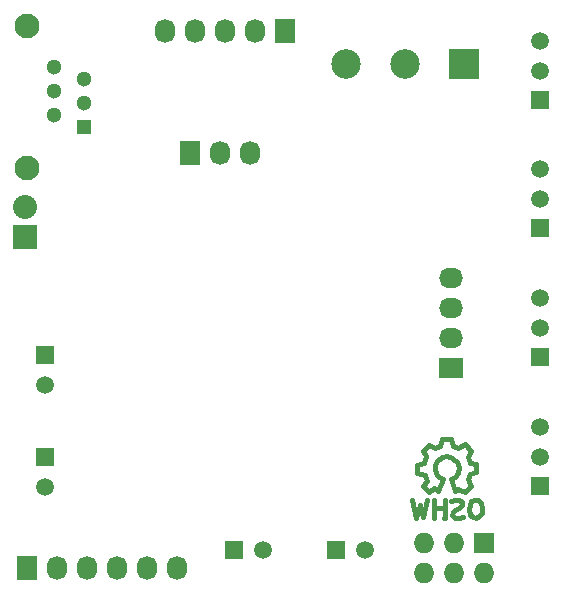
<source format=gbs>
G04 #@! TF.FileFunction,Soldermask,Bot*
%FSLAX46Y46*%
G04 Gerber Fmt 4.6, Leading zero omitted, Abs format (unit mm)*
G04 Created by KiCad (PCBNEW 4.0.2-stable) date 3/23/2016 2:13:11 PM*
%MOMM*%
G01*
G04 APERTURE LIST*
%ADD10C,0.100000*%
%ADD11C,0.381000*%
%ADD12R,1.727200X2.032000*%
%ADD13O,1.727200X2.032000*%
%ADD14R,1.727200X1.727200*%
%ADD15O,1.727200X1.727200*%
%ADD16C,2.500000*%
%ADD17R,2.500000X2.500000*%
%ADD18R,1.500000X1.500000*%
%ADD19C,1.500000*%
%ADD20R,2.032000X2.032000*%
%ADD21O,2.032000X2.032000*%
%ADD22R,2.032000X1.727200*%
%ADD23O,2.032000X1.727200*%
%ADD24C,1.300000*%
%ADD25R,1.300000X1.300000*%
%ADD26C,2.100000*%
G04 APERTURE END LIST*
D10*
D11*
X127815340Y-111805720D02*
X127815340Y-113375440D01*
X127767080Y-112537240D02*
X126977140Y-112527080D01*
X126977140Y-112527080D02*
X126966980Y-112537240D01*
X126966980Y-112537240D02*
X126966980Y-112527080D01*
X126926340Y-111815880D02*
X126926340Y-113357660D01*
X127815340Y-113375440D02*
X127805180Y-113365280D01*
X128686560Y-113337340D02*
X129006600Y-113365280D01*
X128455420Y-113116360D02*
X128686560Y-113337340D01*
X128366520Y-111907320D02*
X128717040Y-111826040D01*
X128496060Y-112816640D02*
X128455420Y-113116360D01*
X128676400Y-112656620D02*
X128496060Y-112816640D01*
X129006600Y-113365280D02*
X129357120Y-113256060D01*
X128717040Y-111826040D02*
X129037080Y-111815880D01*
X129037080Y-111815880D02*
X129275840Y-112016540D01*
X129275840Y-112016540D02*
X129306320Y-112285780D01*
X129306320Y-112285780D02*
X129065020Y-112527080D01*
X129065020Y-112527080D02*
X128676400Y-112656620D01*
X129946400Y-112227360D02*
X130055620Y-111945420D01*
X130395980Y-111805720D02*
X130644900Y-111826040D01*
X130644900Y-111826040D02*
X130886200Y-112067340D01*
X130886200Y-112067340D02*
X130975100Y-112557560D01*
X129895600Y-112636300D02*
X129946400Y-112227360D01*
X130055620Y-111945420D02*
X130416300Y-111815880D01*
X130975100Y-112557560D02*
X130947160Y-112905540D01*
X130947160Y-112905540D02*
X130746500Y-113225580D01*
X130746500Y-113225580D02*
X130495040Y-113347500D01*
X130495040Y-113347500D02*
X130185160Y-113276380D01*
X130185160Y-113276380D02*
X129966720Y-113096040D01*
X129966720Y-113096040D02*
X129895600Y-112636300D01*
X128366520Y-110055660D02*
X128717040Y-111056420D01*
X128996440Y-110896400D02*
X128717040Y-111056420D01*
X130055620Y-110647480D02*
X129517140Y-111165640D01*
X129517140Y-111165640D02*
X128996440Y-110896400D01*
X125707140Y-112255300D02*
X125397260Y-113327180D01*
X126347220Y-111846360D02*
X125986540Y-113317020D01*
X125986540Y-113317020D02*
X125707140Y-112255300D01*
X125397260Y-113327180D02*
X125056900Y-111876840D01*
X126034800Y-110685580D02*
X126316740Y-110205520D01*
X127276860Y-111036100D02*
X126946660Y-110845600D01*
X126946660Y-110845600D02*
X126507240Y-111175800D01*
X126507240Y-111175800D02*
X126034800Y-110685580D01*
X126316740Y-110205520D02*
X126126240Y-109735620D01*
X127665480Y-110055660D02*
X127266700Y-111056420D01*
X127015240Y-109306360D02*
X127015240Y-108907580D01*
X127665480Y-110055660D02*
X127365760Y-109905800D01*
X127365760Y-109905800D02*
X127165100Y-109707680D01*
X127165100Y-109707680D02*
X127015240Y-109306360D01*
X128965960Y-109555280D02*
X128717040Y-109857540D01*
X128866900Y-108605320D02*
X129016760Y-109057440D01*
X129016760Y-109057440D02*
X128965960Y-109555280D01*
X128717040Y-109857540D02*
X128366520Y-110055660D01*
X126126240Y-109735620D02*
X125516640Y-109547660D01*
X125516640Y-109547660D02*
X125516640Y-108866940D01*
X125516640Y-108866940D02*
X126075440Y-108727240D01*
X126075440Y-108727240D02*
X126276100Y-108155740D01*
X127015240Y-108907580D02*
X127165100Y-108557060D01*
X127464820Y-107236260D02*
X127635000Y-106695240D01*
X127165100Y-108557060D02*
X127617220Y-108206540D01*
X127617220Y-108206540D02*
X128066800Y-108155740D01*
X128066800Y-108155740D02*
X128465580Y-108257340D01*
X126994920Y-107436920D02*
X127464820Y-107236260D01*
X126006860Y-107685840D02*
X126476760Y-107175300D01*
X126476760Y-107175300D02*
X126994920Y-107436920D01*
X126276100Y-108155740D02*
X126006860Y-107685840D01*
X129796540Y-110086140D02*
X130055620Y-110647480D01*
X129946400Y-108676440D02*
X130495040Y-108775500D01*
X130495040Y-108775500D02*
X130505200Y-109476540D01*
X130505200Y-109476540D02*
X129946400Y-109677200D01*
X129946400Y-109677200D02*
X129806700Y-110075980D01*
X127635000Y-106695240D02*
X128325880Y-106677460D01*
X128325880Y-106677460D02*
X128536700Y-107226100D01*
X128536700Y-107226100D02*
X128955800Y-107396280D01*
X128955800Y-107396280D02*
X129506980Y-107127040D01*
X129506980Y-107127040D02*
X130025140Y-107655360D01*
X130025140Y-107655360D02*
X129776220Y-108196380D01*
X129776220Y-108196380D02*
X129946400Y-108676440D01*
X128465580Y-108257340D02*
X128866900Y-108605320D01*
D12*
X114300000Y-72136000D03*
D13*
X111760000Y-72136000D03*
X109220000Y-72136000D03*
X106680000Y-72136000D03*
X104140000Y-72136000D03*
D14*
X131127500Y-115443000D03*
D15*
X131127500Y-117983000D03*
X128587500Y-115443000D03*
X128587500Y-117983000D03*
X126047500Y-115443000D03*
X126047500Y-117983000D03*
D12*
X106235500Y-82486500D03*
D13*
X108775500Y-82486500D03*
X111315500Y-82486500D03*
D12*
X92456000Y-117602000D03*
D13*
X94996000Y-117602000D03*
X97536000Y-117602000D03*
X100076000Y-117602000D03*
X102616000Y-117602000D03*
X105156000Y-117602000D03*
D16*
X119460000Y-74930000D03*
D17*
X129460000Y-74930000D03*
D16*
X124460000Y-74930000D03*
D18*
X118618000Y-116078000D03*
D19*
X121118000Y-116078000D03*
D18*
X109982000Y-116078000D03*
D19*
X112482000Y-116078000D03*
D18*
X93980000Y-108204000D03*
D19*
X93980000Y-110704000D03*
D18*
X93980000Y-99568000D03*
D19*
X93980000Y-102068000D03*
D20*
X92329000Y-89598500D03*
D21*
X92329000Y-87058500D03*
D22*
X128397000Y-100647500D03*
D23*
X128397000Y-98107500D03*
X128397000Y-95567500D03*
X128397000Y-93027500D03*
D24*
X97296000Y-78234000D03*
X97296000Y-76194000D03*
D25*
X97296000Y-80274000D03*
D24*
X94756000Y-75174000D03*
X94756000Y-77214000D03*
X94756000Y-79254000D03*
D26*
X92456000Y-83724000D03*
X92456000Y-71724000D03*
D18*
X135890000Y-99742000D03*
D19*
X135890000Y-97242000D03*
X135890000Y-94742000D03*
D18*
X135890000Y-110664000D03*
D19*
X135890000Y-108164000D03*
X135890000Y-105664000D03*
D18*
X135890000Y-77978000D03*
D19*
X135890000Y-75478000D03*
X135890000Y-72978000D03*
D18*
X135890000Y-88820000D03*
D19*
X135890000Y-86320000D03*
X135890000Y-83820000D03*
M02*

</source>
